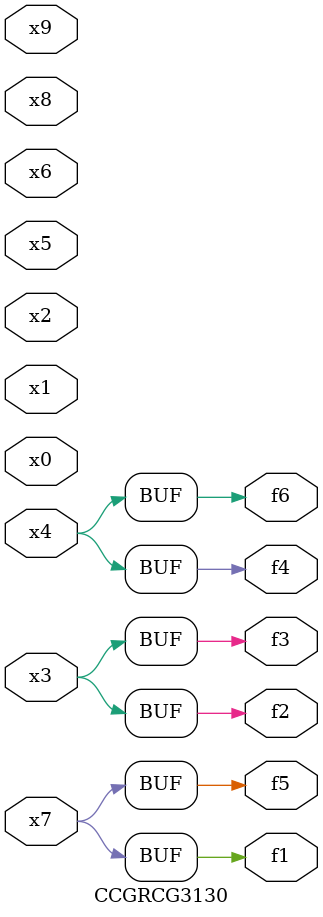
<source format=v>
module CCGRCG3130(
	input x0, x1, x2, x3, x4, x5, x6, x7, x8, x9,
	output f1, f2, f3, f4, f5, f6
);
	assign f1 = x7;
	assign f2 = x3;
	assign f3 = x3;
	assign f4 = x4;
	assign f5 = x7;
	assign f6 = x4;
endmodule

</source>
